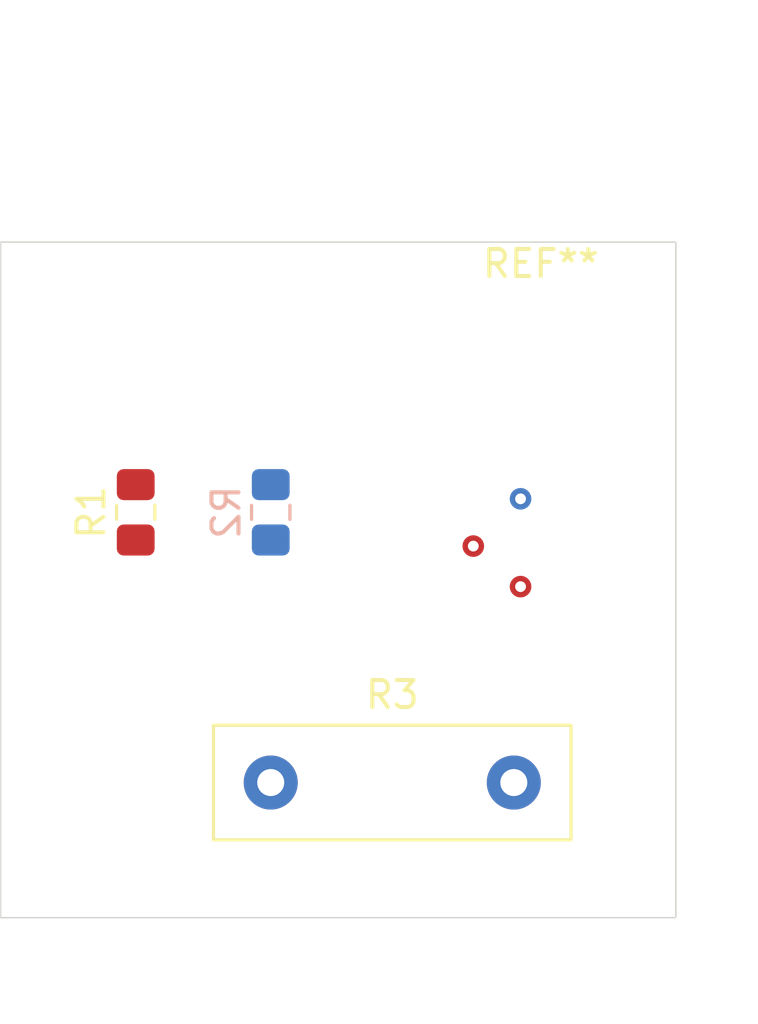
<source format=kicad_pcb>
(kicad_pcb (version 20211014) (generator pcbnew)
  (layers (0 "F.Cu" signal) (1 "In1.Cu" signal "El1") (2 "In2.Cu" signal) (31 "B.Cu" signal) (34 "B.Paste" user) (35 "F.Paste" user) (36 "B.SilkS" user "B.Silkscreen") (37 "F.SilkS" user "F.Silkscreen") (38 "B.Mask" user) (39 "F.Mask" user) (44 "Edge.Cuts" user))
  (net 0 "")
  (footprint "Resistor_SMD:R_0805_2012Metric_Pad1.15x1.40mm_HandSolder" (layer "F.Cu") (at 105 35 90)
    (fp_text reference "R1" (at 0 -1.65 90) (layer "F.SilkS"))
    (fp_text value "R_0805_2012Metric_Pad1.15x1.40mm_HandSolder")
    (fp_line (start -0.261252 0.71) (end 0.261252 0.71) (layer "F.SilkS") (width 0.12))
    (fp_line (start -0.261252 -0.71) (end 0.261252 -0.71) (layer "F.SilkS") (width 0.12))
    (pad "1" smd roundrect locked (at -1.025 0 90) (size 1.15 1.4) (layers "F.Cu" "F.Paste" "F.Mask") (roundrect_rratio 0.217391))
    (pad "2" smd roundrect locked (at 1.025 0 90) (size 1.15 1.4) (layers "F.Cu" "F.Paste" "F.Mask") (roundrect_rratio 0.217391))
  )
  (footprint "Resistor_THT:R_Box_L13.0mm_W4.0mm_P9.00mm" (layer "F.Cu") (at 110 45)
    (fp_text reference "R3" (at 4.5 -3.25) (layer "F.SilkS"))
    (fp_text value "R_Box_L13.0mm_W4.0mm_P9.00mm")
    (fp_line (start 11.12 -2.12) (end 11.12 2.12) (layer "F.SilkS") (width 0.12))
    (fp_line (start -2.12 2.12) (end 11.12 2.12) (layer "F.SilkS") (width 0.12))
    (fp_line (start -2.12 -2.12) (end -2.12 2.12) (layer "F.SilkS") (width 0.12))
    (fp_line (start -2.12 -2.12) (end 11.12 -2.12) (layer "F.SilkS") (width 0.12))
    (pad "1" thru_hole circle locked (at 0 0) (size 2 2) (drill 1) (layers *.Cu *.Mask))
    (pad "2" thru_hole circle locked (at 9 0) (size 2 2) (drill 1) (layers *.Cu *.Mask))
  )
  (footprint "MountingHole:MountingHole_2.1mm" (layer "F.Cu") (at 120 29)
    (fp_text reference "REF**" (at 0 -3.2) (layer "F.SilkS"))
    (fp_text value "MountingHole_2.1mm")
    (pad "" np_thru_hole circle locked (at 0 0) (size 2.1 2.1) (drill 2.1) (layers *.Cu *.Mask))
  )
  (footprint "Resistor_SMD:R_0805_2012Metric_Pad1.15x1.40mm_HandSolder" (layer "B.Cu") (at 110 35 -90)
    (fp_text reference "R2" (at 0 1.65 -90) (layer "B.SilkS") (effects (justify mirror)))
    (fp_text value "R_0805_2012Metric_Pad1.15x1.40mm_HandSolder")
    (fp_line (start -0.261252 0.71) (end 0.261252 0.71) (layer "B.SilkS") (width 0.12))
    (fp_line (start -0.261252 -0.71) (end 0.261252 -0.71) (layer "B.SilkS") (width 0.12))
    (pad "1" smd roundrect locked (at -1.025 0 270) (size 1.15 1.4) (layers "B.Cu" "B.Paste" "B.Mask") (roundrect_rratio 0.217391))
    (pad "2" smd roundrect locked (at 1.025 0 270) (size 1.15 1.4) (layers "B.Cu" "B.Paste" "B.Mask") (roundrect_rratio 0.217391))
  )
  (gr_line (start 100 25) (end 100 50) (layer "Edge.Cuts") (width 0.05))
  (gr_line (start 125 25) (end 125 50) (layer "Edge.Cuts") (width 0.05))
  (gr_line (start 100 25) (end 125 25) (layer "Edge.Cuts") (width 0.05))
  (gr_line (start 100 50) (end 125 50) (layer "Edge.Cuts") (width 0.05))
  (via blind (at 119.25 37.75) (size 0.8) (drill 0.4) (layers "F.Cu" "In1.Cu") (net 0))
  (via blind (at 117.5 36.25) (size 0.8) (drill 0.4) (layers "F.Cu" "In2.Cu") (net 0))
  (via blind (at 119.25 34.5) (size 0.8) (drill 0.4) (layers "In2.Cu" "B.Cu") (net 0))
)
</source>
